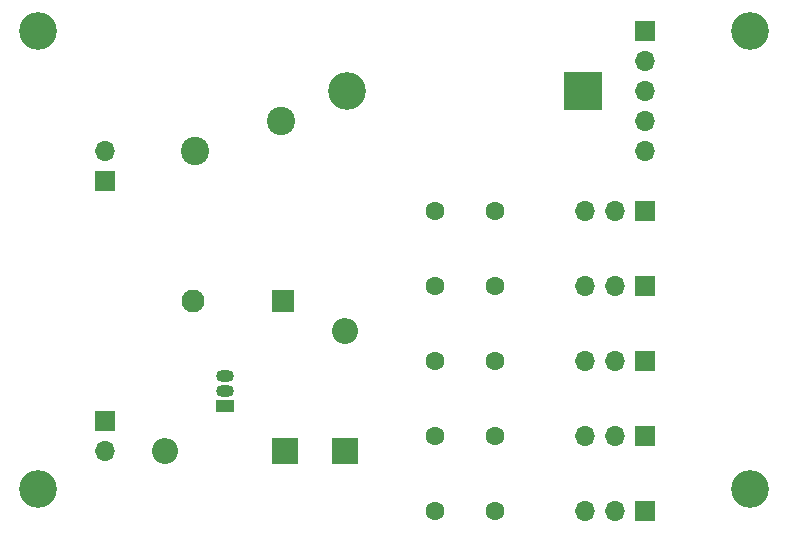
<source format=gbr>
%TF.GenerationSoftware,KiCad,Pcbnew,7.0.9*%
%TF.CreationDate,2024-02-06T23:46:10-08:00*%
%TF.ProjectId,AaronMotorDriver,4161726f-6e4d-46f7-946f-724472697665,rev?*%
%TF.SameCoordinates,Original*%
%TF.FileFunction,Soldermask,Top*%
%TF.FilePolarity,Negative*%
%FSLAX46Y46*%
G04 Gerber Fmt 4.6, Leading zero omitted, Abs format (unit mm)*
G04 Created by KiCad (PCBNEW 7.0.9) date 2024-02-06 23:46:10*
%MOMM*%
%LPD*%
G01*
G04 APERTURE LIST*
%ADD10C,3.200000*%
%ADD11C,1.600000*%
%ADD12R,1.500000X1.050000*%
%ADD13O,1.500000X1.050000*%
%ADD14R,1.950000X1.950000*%
%ADD15C,1.950000*%
%ADD16C,2.400000*%
%ADD17R,1.700000X1.700000*%
%ADD18O,1.700000X1.700000*%
%ADD19R,2.200000X2.200000*%
%ADD20O,2.200000X2.200000*%
%ADD21R,3.200000X3.200000*%
%ADD22O,3.200000X3.200000*%
G04 APERTURE END LIST*
D10*
%TO.C,H4*%
X100965000Y-114935000D03*
%TD*%
%TO.C,H3*%
X161290000Y-114935000D03*
%TD*%
%TO.C,H2*%
X161290000Y-76200000D03*
%TD*%
%TO.C,H1*%
X100965000Y-76200000D03*
%TD*%
D11*
%TO.C,TH5*%
X139700000Y-116840000D03*
X134620000Y-116840000D03*
%TD*%
%TO.C,TH4*%
X139700000Y-110490000D03*
X134620000Y-110490000D03*
%TD*%
%TO.C,TH3*%
X134620000Y-104140000D03*
X139700000Y-104140000D03*
%TD*%
%TO.C,TH2*%
X139700000Y-97790000D03*
X134620000Y-97790000D03*
%TD*%
%TO.C,TH1*%
X139700000Y-91440000D03*
X134620000Y-91440000D03*
%TD*%
D12*
%TO.C,Q1*%
X116840000Y-107950000D03*
D13*
X116840000Y-106680000D03*
X116840000Y-105410000D03*
%TD*%
D14*
%TO.C,K1*%
X121750000Y-99060000D03*
D15*
X114150000Y-99060000D03*
D16*
X114300000Y-86360000D03*
X121600000Y-83810000D03*
%TD*%
D17*
%TO.C,J9*%
X106680000Y-88900000D03*
D18*
X106680000Y-86360000D03*
%TD*%
D17*
%TO.C,J8*%
X152400000Y-76200000D03*
D18*
X152400000Y-78740000D03*
X152400000Y-81280000D03*
X152400000Y-83820000D03*
X152400000Y-86360000D03*
%TD*%
D17*
%TO.C,J7*%
X106680000Y-109220000D03*
D18*
X106680000Y-111760000D03*
%TD*%
%TO.C,J5*%
X147320000Y-116840000D03*
X149860000Y-116840000D03*
D17*
X152400000Y-116840000D03*
%TD*%
%TO.C,J4*%
X152400000Y-110490000D03*
D18*
X149860000Y-110490000D03*
X147320000Y-110490000D03*
%TD*%
D17*
%TO.C,J3*%
X152400000Y-104140000D03*
D18*
X149860000Y-104140000D03*
X147320000Y-104140000D03*
%TD*%
D17*
%TO.C,J2*%
X152400000Y-97790000D03*
D18*
X149860000Y-97790000D03*
X147320000Y-97790000D03*
%TD*%
%TO.C,J1*%
X147320000Y-91440000D03*
X149860000Y-91440000D03*
D17*
X152400000Y-91440000D03*
%TD*%
D19*
%TO.C,D3*%
X127000000Y-111760000D03*
D20*
X127000000Y-101600000D03*
%TD*%
D19*
%TO.C,D2*%
X121920000Y-111760000D03*
D20*
X111760000Y-111760000D03*
%TD*%
D21*
%TO.C,D1*%
X147160000Y-81280000D03*
D22*
X127160000Y-81280000D03*
%TD*%
M02*

</source>
